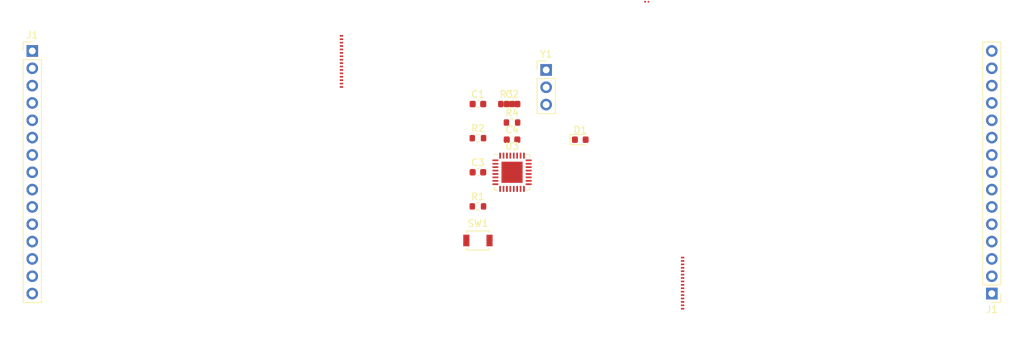
<source format=kicad_pcb>
(kicad_pcb (version 20211014) (generator pcbnew)
  (layers (0 "F.Cu" signal) (31 "B.Cu" signal) (34 "B.Paste" user) (35 "F.Paste" user) (36 "B.SilkS" user "B.Silkscreen") (37 "F.SilkS" user "F.Silkscreen") (38 "B.Mask" user) (39 "F.Mask" user) (44 "Edge.Cuts" user))
  (net 0 "")
  (footprint "Capacitor_SMD:C_0603_1608Metric" (layer "F.Cu") (at 70 15)
    (fp_text reference "C1" (at 0 -1.43) (layer "F.SilkS"))
    (fp_text value "100nF")
    (fp_line (start -0.14058 -0.51) (end 0.14058 -0.51) (layer "F.SilkS") (width 0.12))
    (fp_line (start -0.14058 0.51) (end 0.14058 0.51) (layer "F.SilkS") (width 0.12))
    (pad "1" smd roundrect (at -0.775 0) (size 0.9 0.95) (layers "F.Cu" "F.Paste" "F.Mask"))
    (pad "2" smd roundrect (at 0.775 0) (size 0.9 0.95) (layers "F.Cu" "F.Paste" "F.Mask"))
  )
  (footprint "oomlout_OOMP_modules:MODULE-CONN-DADB-PI16-01" (layer "F.Cu") (at 50 5)
    (fp_text reference "U1" hide)
    (fp_text value "MODULE-CONN-DADB-PI16-01" hide)
    (pad "1" smd roundrect (at 0.125 0) (size 0.25 0.25) (layers "F.Cu" "F.Paste" "F.Mask"))
    (pad "2" smd roundrect (at 0.125 0.5) (size 0.25 0.25) (layers "F.Cu" "F.Paste" "F.Mask"))
    (pad "3" smd roundrect (at 0.125 1) (size 0.25 0.25) (layers "F.Cu" "F.Paste" "F.Mask"))
    (pad "4" smd roundrect (at 0.125 1.5) (size 0.25 0.25) (layers "F.Cu" "F.Paste" "F.Mask"))
    (pad "5" smd roundrect (at 0.125 2) (size 0.25 0.25) (layers "F.Cu" "F.Paste" "F.Mask"))
    (pad "6" smd roundrect (at 0.125 2.5) (size 0.25 0.25) (layers "F.Cu" "F.Paste" "F.Mask"))
    (pad "7" smd roundrect (at 0.125 3) (size 0.25 0.25) (layers "F.Cu" "F.Paste" "F.Mask"))
    (pad "8" smd roundrect (at 0.125 3.5) (size 0.25 0.25) (layers "F.Cu" "F.Paste" "F.Mask"))
    (pad "9" smd roundrect (at 0.125 4) (size 0.25 0.25) (layers "F.Cu" "F.Paste" "F.Mask"))
    (pad "10" smd roundrect (at 0.125 4.5) (size 0.25 0.25) (layers "F.Cu" "F.Paste" "F.Mask"))
    (pad "11" smd roundrect (at 0.125 5) (size 0.25 0.25) (layers "F.Cu" "F.Paste" "F.Mask"))
    (pad "12" smd roundrect (at 0.125 5.5) (size 0.25 0.25) (layers "F.Cu" "F.Paste" "F.Mask"))
    (pad "13" smd roundrect (at 0.125 6) (size 0.25 0.25) (layers "F.Cu" "F.Paste" "F.Mask"))
    (pad "14" smd roundrect (at 0.125 6.5) (size 0.25 0.25) (layers "F.Cu" "F.Paste" "F.Mask"))
    (pad "15" smd roundrect (at 0.125 7) (size 0.25 0.25) (layers "F.Cu" "F.Paste" "F.Mask"))
    (pad "16" smd roundrect (at 0.125 7.5) (size 0.25 0.25) (layers "F.Cu" "F.Paste" "F.Mask"))
  )
  (footprint "Capacitor_SMD:C_0603_1608Metric" (layer "F.Cu") (at 75 20.22)
    (fp_text reference "C4" (at 0 -1.43) (layer "F.SilkS"))
    (fp_text value "1uF")
    (fp_line (start -0.14058 -0.51) (end 0.14058 -0.51) (layer "F.SilkS") (width 0.12))
    (fp_line (start -0.14058 0.51) (end 0.14058 0.51) (layer "F.SilkS") (width 0.12))
    (pad "1" smd roundrect (at -0.775 0) (size 0.9 0.95) (layers "F.Cu" "F.Paste" "F.Mask"))
    (pad "2" smd roundrect (at 0.775 0) (size 0.9 0.95) (layers "F.Cu" "F.Paste" "F.Mask"))
  )
  (footprint "Resistor_SMD:R_0603_1608Metric" (layer "F.Cu") (at 70 20)
    (fp_text reference "R2" (at 0 -1.43) (layer "F.SilkS"))
    (fp_text value "1k")
    (fp_line (start -0.237258 0.5225) (end 0.237258 0.5225) (layer "F.SilkS") (width 0.12))
    (fp_line (start -0.237258 -0.5225) (end 0.237258 -0.5225) (layer "F.SilkS") (width 0.12))
    (pad "1" smd roundrect (at -0.825 0) (size 0.8 0.95) (layers "F.Cu" "F.Paste" "F.Mask"))
    (pad "2" smd roundrect (at 0.825 0) (size 0.8 0.95) (layers "F.Cu" "F.Paste" "F.Mask"))
  )
  (footprint "LED_SMD:LED_0603_1608Metric" (layer "F.Cu") (at 85 20.22)
    (fp_text reference "D1" (at 0 -1.43) (layer "F.SilkS"))
    (fp_text value "GREEN")
    (fp_line (start -1.485 -0.735) (end -1.485 0.735) (layer "F.SilkS") (width 0.12))
    (fp_line (start -1.485 0.735) (end 0.8 0.735) (layer "F.SilkS") (width 0.12))
    (fp_line (start 0.8 -0.735) (end -1.485 -0.735) (layer "F.SilkS") (width 0.12))
    (pad "1" smd roundrect (at -0.7875 0) (size 0.875 0.95) (layers "F.Cu" "F.Paste" "F.Mask"))
    (pad "2" smd roundrect (at 0.7875 0) (size 0.875 0.95) (layers "F.Cu" "F.Paste" "F.Mask"))
  )
  (footprint "oomlout_OOMP_modules:MODULE-CONN-DADB-PI02-01" (layer "F.Cu") (at 95 0 -90)
    (fp_text reference "U2" hide)
    (fp_text value "MODULE-CONN-DADB-PI02-01" hide)
    (pad "1" smd roundrect (at 0 0 270) (size 0.25 0.25) (layers "F.Cu" "F.Paste" "F.Mask"))
    (pad "2" smd roundrect (at 0 0.5 270) (size 0.25 0.25) (layers "F.Cu" "F.Paste" "F.Mask"))
  )
  (footprint "Button_Switch_SMD:SW_SPST_B3U-1000P" (layer "F.Cu") (at 70 35)
    (fp_text reference "SW1" (at 0 -2.5) (layer "F.SilkS"))
    (fp_text value "SW_Push")
    (fp_line (start -1.65 1.4) (end 1.65 1.4) (layer "F.SilkS") (width 0.12))
    (fp_line (start -1.65 1.1) (end -1.65 1.4) (layer "F.SilkS") (width 0.12))
    (fp_line (start 1.65 1.4) (end 1.65 1.1) (layer "F.SilkS") (width 0.12))
    (fp_line (start -1.65 -1.4) (end 1.65 -1.4) (layer "F.SilkS") (width 0.12))
    (fp_line (start 1.65 -1.4) (end 1.65 -1.1) (layer "F.SilkS") (width 0.12))
    (fp_line (start -1.65 -1.1) (end -1.65 -1.4) (layer "F.SilkS") (width 0.12))
    (pad "1" smd rect (at -1.7 0) (size 0.9 1.7) (layers "F.Cu" "F.Paste" "F.Mask"))
    (pad "2" smd rect (at 1.7 0) (size 0.9 1.7) (layers "F.Cu" "F.Paste" "F.Mask"))
  )
  (footprint "Capacitor_SMD:C_0603_1608Metric" (layer "F.Cu") (at 75 15)
    (fp_text reference "C2" (at 0 -1.43) (layer "F.SilkS"))
    (fp_text value "4.7uF")
    (fp_line (start -0.14058 0.51) (end 0.14058 0.51) (layer "F.SilkS") (width 0.12))
    (fp_line (start -0.14058 -0.51) (end 0.14058 -0.51) (layer "F.SilkS") (width 0.12))
    (pad "1" smd roundrect (at -0.775 0) (size 0.9 0.95) (layers "F.Cu" "F.Paste" "F.Mask"))
    (pad "2" smd roundrect (at 0.775 0) (size 0.9 0.95) (layers "F.Cu" "F.Paste" "F.Mask"))
  )
  (footprint "oomlout_OOMP_modules:MODULE-CONN-DADB-PI16-01" (layer "F.Cu") (at 100.25 45 180)
    (fp_text reference "U1" hide)
    (fp_text value "MODULE-CONN-DADB-PI16-01" hide)
    (pad "1" smd roundrect (at 0.125 0 180) (size 0.25 0.25) (layers "F.Cu" "F.Paste" "F.Mask"))
    (pad "2" smd roundrect (at 0.125 0.5 180) (size 0.25 0.25) (layers "F.Cu" "F.Paste" "F.Mask"))
    (pad "3" smd roundrect (at 0.125 1 180) (size 0.25 0.25) (layers "F.Cu" "F.Paste" "F.Mask"))
    (pad "4" smd roundrect (at 0.125 1.5 180) (size 0.25 0.25) (layers "F.Cu" "F.Paste" "F.Mask"))
    (pad "5" smd roundrect (at 0.125 2 180) (size 0.25 0.25) (layers "F.Cu" "F.Paste" "F.Mask"))
    (pad "6" smd roundrect (at 0.125 2.5 180) (size 0.25 0.25) (layers "F.Cu" "F.Paste" "F.Mask"))
    (pad "7" smd roundrect (at 0.125 3 180) (size 0.25 0.25) (layers "F.Cu" "F.Paste" "F.Mask"))
    (pad "8" smd roundrect (at 0.125 3.5 180) (size 0.25 0.25) (layers "F.Cu" "F.Paste" "F.Mask"))
    (pad "9" smd roundrect (at 0.125 4 180) (size 0.25 0.25) (layers "F.Cu" "F.Paste" "F.Mask"))
    (pad "10" smd roundrect (at 0.125 4.5 180) (size 0.25 0.25) (layers "F.Cu" "F.Paste" "F.Mask"))
    (pad "11" smd roundrect (at 0.125 5 180) (size 0.25 0.25) (layers "F.Cu" "F.Paste" "F.Mask"))
    (pad "12" smd roundrect (at 0.125 5.5 180) (size 0.25 0.25) (layers "F.Cu" "F.Paste" "F.Mask"))
    (pad "13" smd roundrect (at 0.125 6 180) (size 0.25 0.25) (layers "F.Cu" "F.Paste" "F.Mask"))
    (pad "14" smd roundrect (at 0.125 6.5 180) (size 0.25 0.25) (layers "F.Cu" "F.Paste" "F.Mask"))
    (pad "15" smd roundrect (at 0.125 7 180) (size 0.25 0.25) (layers "F.Cu" "F.Paste" "F.Mask"))
    (pad "16" smd roundrect (at 0.125 7.5 180) (size 0.25 0.25) (layers "F.Cu" "F.Paste" "F.Mask"))
  )
  (footprint "Connector_PinHeader_2.54mm:PinHeader_1x15_P2.54mm_Vertical" (layer "F.Cu") (at 145.32 42.78 180)
    (fp_text reference "J1" (at 0 -2.33) (layer "F.SilkS"))
    (fp_text value "Conn_01x15")
    (fp_line (start -1.33 1.27) (end 1.33 1.27) (layer "F.SilkS") (width 0.12))
    (fp_line (start -1.33 0) (end -1.33 -1.33) (layer "F.SilkS") (width 0.12))
    (fp_line (start -1.33 36.89) (end 1.33 36.89) (layer "F.SilkS") (width 0.12))
    (fp_line (start -1.33 1.27) (end -1.33 36.89) (layer "F.SilkS") (width 0.12))
    (fp_line (start 1.33 1.27) (end 1.33 36.89) (layer "F.SilkS") (width 0.12))
    (fp_line (start -1.33 -1.33) (end 0 -1.33) (layer "F.SilkS") (width 0.12))
    (pad "1" thru_hole rect (at 0 0 180) (size 1.7 1.7) (drill 1) (layers *.Cu *.Mask))
    (pad "2" thru_hole oval (at 0 2.54 180) (size 1.7 1.7) (drill 1) (layers *.Cu *.Mask))
    (pad "3" thru_hole oval (at 0 5.08 180) (size 1.7 1.7) (drill 1) (layers *.Cu *.Mask))
    (pad "4" thru_hole oval (at 0 7.62 180) (size 1.7 1.7) (drill 1) (layers *.Cu *.Mask))
    (pad "5" thru_hole oval (at 0 10.16 180) (size 1.7 1.7) (drill 1) (layers *.Cu *.Mask))
    (pad "6" thru_hole oval (at 0 12.7 180) (size 1.7 1.7) (drill 1) (layers *.Cu *.Mask))
    (pad "7" thru_hole oval (at 0 15.24 180) (size 1.7 1.7) (drill 1) (layers *.Cu *.Mask))
    (pad "8" thru_hole oval (at 0 17.78 180) (size 1.7 1.7) (drill 1) (layers *.Cu *.Mask))
    (pad "9" thru_hole oval (at 0 20.32 180) (size 1.7 1.7) (drill 1) (layers *.Cu *.Mask))
    (pad "10" thru_hole oval (at 0 22.86 180) (size 1.7 1.7) (drill 1) (layers *.Cu *.Mask))
    (pad "11" thru_hole oval (at 0 25.4 180) (size 1.7 1.7) (drill 1) (layers *.Cu *.Mask))
    (pad "12" thru_hole oval (at 0 27.94 180) (size 1.7 1.7) (drill 1) (layers *.Cu *.Mask))
    (pad "13" thru_hole oval (at 0 30.48 180) (size 1.7 1.7) (drill 1) (layers *.Cu *.Mask))
    (pad "14" thru_hole oval (at 0 33.02 180) (size 1.7 1.7) (drill 1) (layers *.Cu *.Mask))
    (pad "15" thru_hole oval (at 0 35.56 180) (size 1.7 1.7) (drill 1) (layers *.Cu *.Mask))
  )
  (footprint "oomlout_OOMP_modules:MODULE-CONN-DADB-PI16-01" (layer "F.Cu") (at 100 45 180)
    (fp_text reference "U4" hide)
    (fp_text value "MODULE-CONN-DADB-PI16-01" hide)
    (pad "1" smd roundrect (at 0.125 0 180) (size 0.25 0.25) (layers "F.Cu" "F.Paste" "F.Mask"))
    (pad "2" smd roundrect (at 0.125 0.5 180) (size 0.25 0.25) (layers "F.Cu" "F.Paste" "F.Mask"))
    (pad "3" smd roundrect (at 0.125 1 180) (size 0.25 0.25) (layers "F.Cu" "F.Paste" "F.Mask"))
    (pad "4" smd roundrect (at 0.125 1.5 180) (size 0.25 0.25) (layers "F.Cu" "F.Paste" "F.Mask"))
    (pad "5" smd roundrect (at 0.125 2 180) (size 0.25 0.25) (layers "F.Cu" "F.Paste" "F.Mask"))
    (pad "6" smd roundrect (at 0.125 2.5 180) (size 0.25 0.25) (layers "F.Cu" "F.Paste" "F.Mask"))
    (pad "7" smd roundrect (at 0.125 3 180) (size 0.25 0.25) (layers "F.Cu" "F.Paste" "F.Mask"))
    (pad "8" smd roundrect (at 0.125 3.5 180) (size 0.25 0.25) (layers "F.Cu" "F.Paste" "F.Mask"))
    (pad "9" smd roundrect (at 0.125 4 180) (size 0.25 0.25) (layers "F.Cu" "F.Paste" "F.Mask"))
    (pad "10" smd roundrect (at 0.125 4.5 180) (size 0.25 0.25) (layers "F.Cu" "F.Paste" "F.Mask"))
    (pad "11" smd roundrect (at 0.125 5 180) (size 0.25 0.25) (layers "F.Cu" "F.Paste" "F.Mask"))
    (pad "12" smd roundrect (at 0.125 5.5 180) (size 0.25 0.25) (layers "F.Cu" "F.Paste" "F.Mask"))
    (pad "13" smd roundrect (at 0.125 6 180) (size 0.25 0.25) (layers "F.Cu" "F.Paste" "F.Mask"))
    (pad "14" smd roundrect (at 0.125 6.5 180) (size 0.25 0.25) (layers "F.Cu" "F.Paste" "F.Mask"))
    (pad "15" smd roundrect (at 0.125 7 180) (size 0.25 0.25) (layers "F.Cu" "F.Paste" "F.Mask"))
    (pad "16" smd roundrect (at 0.125 7.5 180) (size 0.25 0.25) (layers "F.Cu" "F.Paste" "F.Mask"))
  )
  (footprint "Resistor_SMD:R_0603_1608Metric" (layer "F.Cu") (at 74.175 15)
    (fp_text reference "R3" (at 0 -1.43) (layer "F.SilkS"))
    (fp_text value "1k")
    (fp_line (start -0.237258 -0.5225) (end 0.237258 -0.5225) (layer "F.SilkS") (width 0.12))
    (fp_line (start -0.237258 0.5225) (end 0.237258 0.5225) (layer "F.SilkS") (width 0.12))
    (pad "1" smd roundrect (at -0.825 0) (size 0.8 0.95) (layers "F.Cu" "F.Paste" "F.Mask"))
    (pad "2" smd roundrect (at 0.825 0) (size 0.8 0.95) (layers "F.Cu" "F.Paste" "F.Mask"))
  )
  (footprint "Package_DFN_QFN:QFN-32-1EP_5x5mm_P0.5mm_EP3.1x3.1mm" (layer "F.Cu") (at 75 25)
    (fp_text reference "U3" (at 0 -3.82) (layer "F.SilkS"))
    (fp_text value "ATmega328P-M")
    (fp_line (start -2.61 2.61) (end -2.61 2.135) (layer "F.SilkS") (width 0.12))
    (fp_line (start 2.61 2.61) (end 2.61 2.135) (layer "F.SilkS") (width 0.12))
    (fp_line (start -2.135 -2.61) (end -2.61 -2.61) (layer "F.SilkS") (width 0.12))
    (fp_line (start 2.135 2.61) (end 2.61 2.61) (layer "F.SilkS") (width 0.12))
    (fp_line (start 2.135 -2.61) (end 2.61 -2.61) (layer "F.SilkS") (width 0.12))
    (fp_line (start -2.135 2.61) (end -2.61 2.61) (layer "F.SilkS") (width 0.12))
    (fp_line (start 2.61 -2.61) (end 2.61 -2.135) (layer "F.SilkS") (width 0.12))
    (pad "1" smd roundrect (at -2.4375 -1.75) (size 0.875 0.25) (layers "F.Cu" "F.Paste" "F.Mask"))
    (pad "2" smd roundrect (at -2.4375 -1.25) (size 0.875 0.25) (layers "F.Cu" "F.Paste" "F.Mask"))
    (pad "3" smd roundrect (at -2.4375 -0.75) (size 0.875 0.25) (layers "F.Cu" "F.Paste" "F.Mask"))
    (pad "4" smd roundrect (at -2.4375 -0.25) (size 0.875 0.25) (layers "F.Cu" "F.Paste" "F.Mask"))
    (pad "5" smd roundrect (at -2.4375 0.25) (size 0.875 0.25) (layers "F.Cu" "F.Paste" "F.Mask"))
    (pad "6" smd roundrect (at -2.4375 0.75) (size 0.875 0.25) (layers "F.Cu" "F.Paste" "F.Mask"))
    (pad "7" smd roundrect (at -2.4375 1.25) (size 0.875 0.25) (layers "F.Cu" "F.Paste" "F.Mask"))
    (pad "8" smd roundrect (at -2.4375 1.75) (size 0.875 0.25) (layers "F.Cu" "F.Paste" "F.Mask"))
    (pad "9" smd roundrect (at -1.75 2.4375) (size 0.25 0.875) (layers "F.Cu" "F.Paste" "F.Mask"))
    (pad "10" smd roundrect (at -1.25 2.4375) (size 0.25 0.875) (layers "F.Cu" "F.Paste" "F.Mask"))
    (pad "11" smd roundrect (at -0.75 2.4375) (size 0.25 0.875) (layers "F.Cu" "F.Paste" "F.Mask"))
    (pad "12" smd roundrect (at -0.25 2.4375) (size 0.25 0.875) (layers "F.Cu" "F.Paste" "F.Mask"))
    (pad "13" smd roundrect (at 0.25 2.4375) (size 0.25 0.875) (layers "F.Cu" "F.Paste" "F.Mask"))
    (pad "14" smd roundrect (at 0.75 2.4375) (size 0.25 0.875) (layers "F.Cu" "F.Paste" "F.Mask"))
    (pad "15" smd roundrect (at 1.25 2.4375) (size 0.25 0.875) (layers "F.Cu" "F.Paste" "F.Mask"))
    (pad "16" smd roundrect (at 1.75 2.4375) (size 0.25 0.875) (layers "F.Cu" "F.Paste" "F.Mask"))
    (pad "17" smd roundrect (at 2.4375 1.75) (size 0.875 0.25) (layers "F.Cu" "F.Paste" "F.Mask"))
    (pad "18" smd roundrect (at 2.4375 1.25) (size 0.875 0.25) (layers "F.Cu" "F.Paste" "F.Mask"))
    (pad "19" smd roundrect (at 2.4375 0.75) (size 0.875 0.25) (layers "F.Cu" "F.Paste" "F.Mask"))
    (pad "20" smd roundrect (at 2.4375 0.25) (size 0.875 0.25) (layers "F.Cu" "F.Paste" "F.Mask"))
    (pad "21" smd roundrect (at 2.4375 -0.25) (size 0.875 0.25) (layers "F.Cu" "F.Paste" "F.Mask"))
    (pad "22" smd roundrect (at 2.4375 -0.75) (size 0.875 0.25) (layers "F.Cu" "F.Paste" "F.Mask"))
    (pad "23" smd roundrect (at 2.4375 -1.25) (size 0.875 0.25) (layers "F.Cu" "F.Paste" "F.Mask"))
    (pad "24" smd roundrect (at 2.4375 -1.75) (size 0.875 0.25) (layers "F.Cu" "F.Paste" "F.Mask"))
    (pad "25" smd roundrect (at 1.75 -2.4375) (size 0.25 0.875) (layers "F.Cu" "F.Paste" "F.Mask"))
    (pad "26" smd roundrect (at 1.25 -2.4375) (size 0.25 0.875) (layers "F.Cu" "F.Paste" "F.Mask"))
    (pad "27" smd roundrect (at 0.75 -2.4375) (size 0.25 0.875) (layers "F.Cu" "F.Paste" "F.Mask"))
    (pad "28" smd roundrect (at 0.25 -2.4375) (size 0.25 0.875) (layers "F.Cu" "F.Paste" "F.Mask"))
    (pad "29" smd roundrect (at -0.25 -2.4375) (size 0.25 0.875) (layers "F.Cu" "F.Paste" "F.Mask"))
    (pad "30" smd roundrect (at -0.75 -2.4375) (size 0.25 0.875) (layers "F.Cu" "F.Paste" "F.Mask"))
    (pad "31" smd roundrect (at -1.25 -2.4375) (size 0.25 0.875) (layers "F.Cu" "F.Paste" "F.Mask"))
    (pad "32" smd roundrect (at -1.75 -2.4375) (size 0.25 0.875) (layers "F.Cu" "F.Paste" "F.Mask"))
    (pad "33" smd rect (at 0 0) (size 3.1 3.1) (layers "F.Cu" "F.Mask"))
  )
  (footprint "Resistor_SMD:R_0603_1608Metric" (layer "F.Cu") (at 75 17.71)
    (fp_text reference "R4" (at 0 -1.43) (layer "F.SilkS"))
    (fp_text value "1k")
    (fp_line (start -0.237258 0.5225) (end 0.237258 0.5225) (layer "F.SilkS") (width 0.12))
    (fp_line (start -0.237258 -0.5225) (end 0.237258 -0.5225) (layer "F.SilkS") (width 0.12))
    (pad "1" smd roundrect (at -0.825 0) (size 0.8 0.95) (layers "F.Cu" "F.Paste" "F.Mask"))
    (pad "2" smd roundrect (at 0.825 0) (size 0.8 0.95) (layers "F.Cu" "F.Paste" "F.Mask"))
  )
  (footprint "Connector_PinHeader_2.54mm:PinHeader_1x15_P2.54mm_Vertical" (layer "F.Cu") (at 4.68 7.22)
    (fp_text reference "J1" (at 0 -2.33) (layer "F.SilkS"))
    (fp_text value "Conn_01x15")
    (fp_line (start -1.33 1.27) (end 1.33 1.27) (layer "F.SilkS") (width 0.12))
    (fp_line (start -1.33 0) (end -1.33 -1.33) (layer "F.SilkS") (width 0.12))
    (fp_line (start -1.33 36.89) (end 1.33 36.89) (layer "F.SilkS") (width 0.12))
    (fp_line (start -1.33 1.27) (end -1.33 36.89) (layer "F.SilkS") (width 0.12))
    (fp_line (start 1.33 1.27) (end 1.33 36.89) (layer "F.SilkS") (width 0.12))
    (fp_line (start -1.33 -1.33) (end 0 -1.33) (layer "F.SilkS") (width 0.12))
    (pad "1" thru_hole rect (at 0 0) (size 1.7 1.7) (drill 1) (layers *.Cu *.Mask))
    (pad "2" thru_hole oval (at 0 2.54) (size 1.7 1.7) (drill 1) (layers *.Cu *.Mask))
    (pad "3" thru_hole oval (at 0 5.08) (size 1.7 1.7) (drill 1) (layers *.Cu *.Mask))
    (pad "4" thru_hole oval (at 0 7.62) (size 1.7 1.7) (drill 1) (layers *.Cu *.Mask))
    (pad "5" thru_hole oval (at 0 10.16) (size 1.7 1.7) (drill 1) (layers *.Cu *.Mask))
    (pad "6" thru_hole oval (at 0 12.7) (size 1.7 1.7) (drill 1) (layers *.Cu *.Mask))
    (pad "7" thru_hole oval (at 0 15.24) (size 1.7 1.7) (drill 1) (layers *.Cu *.Mask))
    (pad "8" thru_hole oval (at 0 17.78) (size 1.7 1.7) (drill 1) (layers *.Cu *.Mask))
    (pad "9" thru_hole oval (at 0 20.32) (size 1.7 1.7) (drill 1) (layers *.Cu *.Mask))
    (pad "10" thru_hole oval (at 0 22.86) (size 1.7 1.7) (drill 1) (layers *.Cu *.Mask))
    (pad "11" thru_hole oval (at 0 25.4) (size 1.7 1.7) (drill 1) (layers *.Cu *.Mask))
    (pad "12" thru_hole oval (at 0 27.94) (size 1.7 1.7) (drill 1) (layers *.Cu *.Mask))
    (pad "13" thru_hole oval (at 0 30.48) (size 1.7 1.7) (drill 1) (layers *.Cu *.Mask))
    (pad "14" thru_hole oval (at 0 33.02) (size 1.7 1.7) (drill 1) (layers *.Cu *.Mask))
    (pad "15" thru_hole oval (at 0 35.56) (size 1.7 1.7) (drill 1) (layers *.Cu *.Mask))
  )
  (footprint "Capacitor_SMD:C_0603_1608Metric" (layer "F.Cu") (at 70 25)
    (fp_text reference "C3" (at 0 -1.43) (layer "F.SilkS"))
    (fp_text value "1uF")
    (fp_line (start -0.14058 0.51) (end 0.14058 0.51) (layer "F.SilkS") (width 0.12))
    (fp_line (start -0.14058 -0.51) (end 0.14058 -0.51) (layer "F.SilkS") (width 0.12))
    (pad "1" smd roundrect (at -0.775 0) (size 0.9 0.95) (layers "F.Cu" "F.Paste" "F.Mask"))
    (pad "2" smd roundrect (at 0.775 0) (size 0.9 0.95) (layers "F.Cu" "F.Paste" "F.Mask"))
  )
  (footprint "oomlout_OOMP_modules:MODULE-CONN-DADB-PI16-01" (layer "F.Cu") (at 49.75 5)
    (fp_text reference "U1" hide)
    (fp_text value "MODULE-CONN-DADB-PI16-01" hide)
    (pad "1" smd roundrect (at 0.125 0) (size 0.25 0.25) (layers "F.Cu" "F.Paste" "F.Mask"))
    (pad "2" smd roundrect (at 0.125 0.5) (size 0.25 0.25) (layers "F.Cu" "F.Paste" "F.Mask"))
    (pad "3" smd roundrect (at 0.125 1) (size 0.25 0.25) (layers "F.Cu" "F.Paste" "F.Mask"))
    (pad "4" smd roundrect (at 0.125 1.5) (size 0.25 0.25) (layers "F.Cu" "F.Paste" "F.Mask"))
    (pad "5" smd roundrect (at 0.125 2) (size 0.25 0.25) (layers "F.Cu" "F.Paste" "F.Mask"))
    (pad "6" smd roundrect (at 0.125 2.5) (size 0.25 0.25) (layers "F.Cu" "F.Paste" "F.Mask"))
    (pad "7" smd roundrect (at 0.125 3) (size 0.25 0.25) (layers "F.Cu" "F.Paste" "F.Mask"))
    (pad "8" smd roundrect (at 0.125 3.5) (size 0.25 0.25) (layers "F.Cu" "F.Paste" "F.Mask"))
    (pad "9" smd roundrect (at 0.125 4) (size 0.25 0.25) (layers "F.Cu" "F.Paste" "F.Mask"))
    (pad "10" smd roundrect (at 0.125 4.5) (size 0.25 0.25) (layers "F.Cu" "F.Paste" "F.Mask"))
    (pad "11" smd roundrect (at 0.125 5) (size 0.25 0.25) (layers "F.Cu" "F.Paste" "F.Mask"))
    (pad "12" smd roundrect (at 0.125 5.5) (size 0.25 0.25) (layers "F.Cu" "F.Paste" "F.Mask"))
    (pad "13" smd roundrect (at 0.125 6) (size 0.25 0.25) (layers "F.Cu" "F.Paste" "F.Mask"))
    (pad "14" smd roundrect (at 0.125 6.5) (size 0.25 0.25) (layers "F.Cu" "F.Paste" "F.Mask"))
    (pad "15" smd roundrect (at 0.125 7) (size 0.25 0.25) (layers "F.Cu" "F.Paste" "F.Mask"))
    (pad "16" smd roundrect (at 0.125 7.5) (size 0.25 0.25) (layers "F.Cu" "F.Paste" "F.Mask"))
  )
  (footprint "Connector_PinHeader_2.54mm:PinHeader_1x03_P2.54mm_Vertical" (layer "F.Cu") (at 80 10)
    (fp_text reference "Y1" (at 0 -2.33) (layer "F.SilkS"))
    (fp_text value "Crystal_GND2")
    (fp_line (start -1.33 -1.33) (end 0 -1.33) (layer "F.SilkS") (width 0.12))
    (fp_line (start -1.33 6.41) (end 1.33 6.41) (layer "F.SilkS") (width 0.12))
    (fp_line (start -1.33 1.27) (end 1.33 1.27) (layer "F.SilkS") (width 0.12))
    (fp_line (start -1.33 0) (end -1.33 -1.33) (layer "F.SilkS") (width 0.12))
    (fp_line (start 1.33 1.27) (end 1.33 6.41) (layer "F.SilkS") (width 0.12))
    (fp_line (start -1.33 1.27) (end -1.33 6.41) (layer "F.SilkS") (width 0.12))
    (pad "1" thru_hole rect (at 0 0) (size 1.7 1.7) (drill 1) (layers *.Cu *.Mask))
    (pad "2" thru_hole oval (at 0 2.54) (size 1.7 1.7) (drill 1) (layers *.Cu *.Mask))
    (pad "3" thru_hole oval (at 0 5.08) (size 1.7 1.7) (drill 1) (layers *.Cu *.Mask))
  )
  (footprint "Resistor_SMD:R_0603_1608Metric" (layer "F.Cu") (at 70 30)
    (fp_text reference "R1" (at 0 -1.43) (layer "F.SilkS"))
    (fp_text value "1k")
    (fp_line (start -0.237258 0.5225) (end 0.237258 0.5225) (layer "F.SilkS") (width 0.12))
    (fp_line (start -0.237258 -0.5225) (end 0.237258 -0.5225) (layer "F.SilkS") (width 0.12))
    (pad "1" smd roundrect (at -0.825 0) (size 0.8 0.95) (layers "F.Cu" "F.Paste" "F.Mask"))
    (pad "2" smd roundrect (at 0.825 0) (size 0.8 0.95) (layers "F.Cu" "F.Paste" "F.Mask"))
  )
)
</source>
